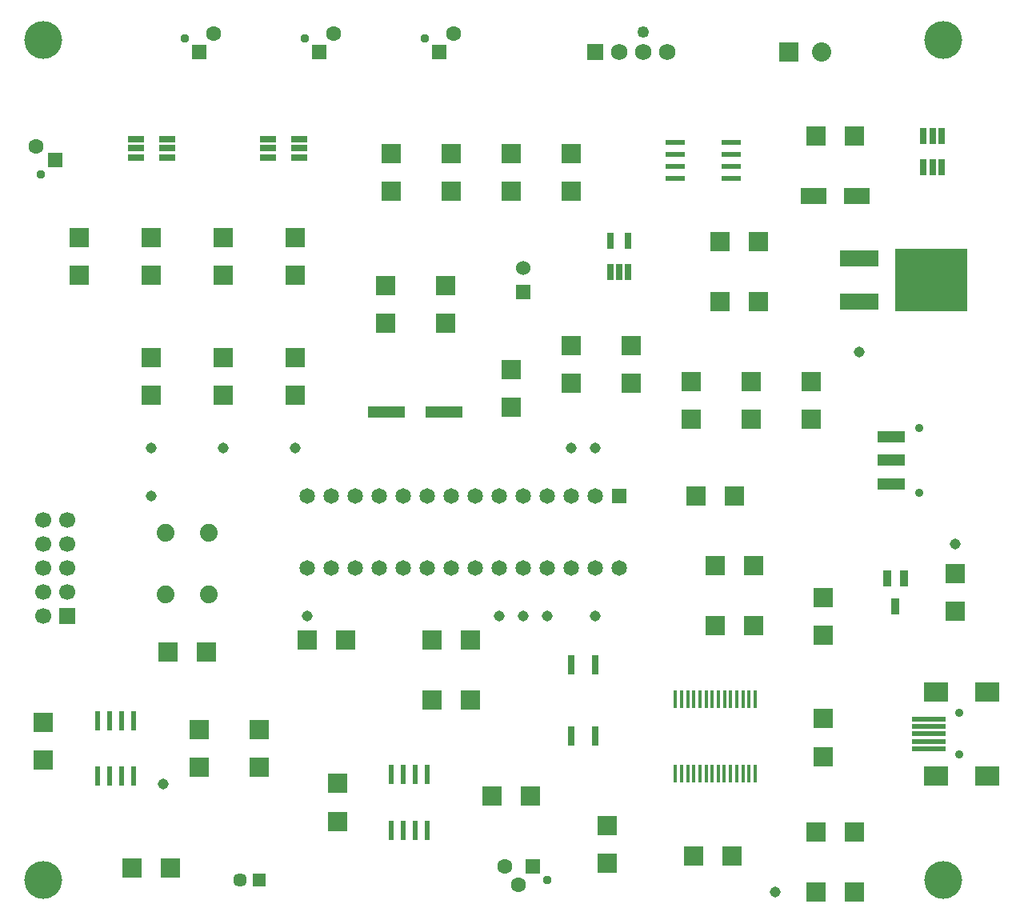
<source format=gts>
G04 (created by PCBNEW (2013-mar-13)-testing) date Mon 25 Mar 2013 11:40:00 PM EDT*
%MOIN*%
G04 Gerber Fmt 3.4, Leading zero omitted, Abs format*
%FSLAX34Y34*%
G01*
G70*
G90*
G04 APERTURE LIST*
%ADD10C,0.006*%
%ADD11R,0.06X0.06*%
%ADD12C,0.06*%
%ADD13R,0.15748X0.0492126*%
%ADD14R,0.036X0.07*%
%ADD15R,0.0688976X0.0275591*%
%ADD16R,0.0275591X0.0688976*%
%ADD17R,0.0314961X0.0787402*%
%ADD18R,0.023622X0.0787402*%
%ADD19R,0.0787402X0.023622*%
%ADD20R,0.08X0.08*%
%ADD21C,0.045*%
%ADD22R,0.16X0.065*%
%ADD23R,0.3X0.26*%
%ADD24R,0.0669291X0.0669291*%
%ADD25C,0.0669291*%
%ADD26C,0.0649606*%
%ADD27R,0.0649606X0.0649606*%
%ADD28R,0.0570866X0.0570866*%
%ADD29C,0.0570866*%
%ADD30R,0.0688976X0.0688976*%
%ADD31C,0.0688976*%
%ADD32C,0.0492126*%
%ADD33C,0.15748*%
%ADD34R,0.141732X0.019685*%
%ADD35R,0.0984252X0.0787402*%
%ADD36C,0.0354331*%
%ADD37R,0.110236X0.0669291*%
%ADD38R,0.0137X0.075*%
%ADD39R,0.11811X0.0472441*%
%ADD40R,0.0629921X0.0629921*%
%ADD41C,0.0374016*%
%ADD42C,0.0629921*%
%ADD43C,0.074*%
%ADD44C,0.08*%
G04 APERTURE END LIST*
G54D10*
G54D11*
X61000Y-32500D03*
G54D12*
X61000Y-31500D03*
G54D13*
X55300Y-37500D03*
X57700Y-37500D03*
G54D14*
X76150Y-44425D03*
X76850Y-44425D03*
X76500Y-45575D03*
G54D15*
X50350Y-26875D03*
X50350Y-26500D03*
X50350Y-26125D03*
X51649Y-26125D03*
X51649Y-26500D03*
X51649Y-26875D03*
X44850Y-26875D03*
X44850Y-26500D03*
X44850Y-26125D03*
X46149Y-26125D03*
X46149Y-26500D03*
X46149Y-26875D03*
G54D16*
X78425Y-27299D03*
X78050Y-27299D03*
X77675Y-27299D03*
X77675Y-26000D03*
X78050Y-26000D03*
X78425Y-26000D03*
X64625Y-30350D03*
X65375Y-30350D03*
X65375Y-31649D03*
X65000Y-31649D03*
X64625Y-31649D03*
G54D17*
X63000Y-50976D03*
X64000Y-50976D03*
X64000Y-48023D03*
X63000Y-48023D03*
G54D18*
X57000Y-54911D03*
X57000Y-52588D03*
X56500Y-54911D03*
X56000Y-54911D03*
X55500Y-54911D03*
X56500Y-52588D03*
X56000Y-52588D03*
X55500Y-52588D03*
X43250Y-50338D03*
X43250Y-52661D03*
X43750Y-50338D03*
X44250Y-50338D03*
X44750Y-50338D03*
X43750Y-52661D03*
X44250Y-52661D03*
X44750Y-52661D03*
G54D19*
X69661Y-26250D03*
X67338Y-26250D03*
X69661Y-26750D03*
X69661Y-27250D03*
X69661Y-27750D03*
X67338Y-26750D03*
X67338Y-27250D03*
X67338Y-27750D03*
G54D20*
X61290Y-53500D03*
X59710Y-53500D03*
X64500Y-54710D03*
X64500Y-56290D03*
X73210Y-26000D03*
X74790Y-26000D03*
X69790Y-41000D03*
X68210Y-41000D03*
X74790Y-57500D03*
X73210Y-57500D03*
X63000Y-28290D03*
X63000Y-26710D03*
X55500Y-28290D03*
X55500Y-26710D03*
X70590Y-43900D03*
X69010Y-43900D03*
X58000Y-28290D03*
X58000Y-26710D03*
X60500Y-28290D03*
X60500Y-26710D03*
X41000Y-50410D03*
X41000Y-51990D03*
X70590Y-46400D03*
X69010Y-46400D03*
X70790Y-30400D03*
X69210Y-30400D03*
X70790Y-32900D03*
X69210Y-32900D03*
X68000Y-37790D03*
X68000Y-36210D03*
X65500Y-36290D03*
X65500Y-34710D03*
X42500Y-31790D03*
X42500Y-30210D03*
X79000Y-44210D03*
X79000Y-45790D03*
X73500Y-51840D03*
X73500Y-50260D03*
X74790Y-55000D03*
X73210Y-55000D03*
X60500Y-37290D03*
X60500Y-35710D03*
X57210Y-47000D03*
X58790Y-47000D03*
X57210Y-49500D03*
X58790Y-49500D03*
X57750Y-33790D03*
X57750Y-32210D03*
X73500Y-46790D03*
X73500Y-45210D03*
X68110Y-56000D03*
X69690Y-56000D03*
X45500Y-31790D03*
X45500Y-30210D03*
X48500Y-31790D03*
X48500Y-30210D03*
X51500Y-31790D03*
X51500Y-30210D03*
X63000Y-36290D03*
X63000Y-34710D03*
X55250Y-33790D03*
X55250Y-32210D03*
X50000Y-50710D03*
X50000Y-52290D03*
X47500Y-52290D03*
X47500Y-50710D03*
X47790Y-47500D03*
X46210Y-47500D03*
X53590Y-47000D03*
X52010Y-47000D03*
X53250Y-54540D03*
X53250Y-52960D03*
X46290Y-56500D03*
X44710Y-56500D03*
X70500Y-36210D03*
X70500Y-37790D03*
X73000Y-37790D03*
X73000Y-36210D03*
X51500Y-36790D03*
X51500Y-35210D03*
X48500Y-36790D03*
X48500Y-35210D03*
X45500Y-36790D03*
X45500Y-35210D03*
G54D21*
X64000Y-46000D03*
X71500Y-57500D03*
X62000Y-46000D03*
X79000Y-43000D03*
X75000Y-35000D03*
X52000Y-46000D03*
X46000Y-53000D03*
X64000Y-39000D03*
X63000Y-39000D03*
X48500Y-39000D03*
X51500Y-39000D03*
X45500Y-39000D03*
X45500Y-41000D03*
X60000Y-46000D03*
X61000Y-46000D03*
G54D22*
X75000Y-31100D03*
G54D23*
X78000Y-32000D03*
G54D22*
X75000Y-32900D03*
G54D24*
X42000Y-46000D03*
G54D25*
X42000Y-45000D03*
X42000Y-44000D03*
X42000Y-43000D03*
X42000Y-42000D03*
X41000Y-42000D03*
X41000Y-43000D03*
X41000Y-44000D03*
X41000Y-45000D03*
X41000Y-46000D03*
G54D26*
X64000Y-41000D03*
X63000Y-41000D03*
X62000Y-41000D03*
X61000Y-41000D03*
X60000Y-41000D03*
X59000Y-41000D03*
X58000Y-41000D03*
X57000Y-41000D03*
X56000Y-41000D03*
X55000Y-41000D03*
X54000Y-41000D03*
X53000Y-41000D03*
X52000Y-41000D03*
G54D27*
X65000Y-41000D03*
G54D26*
X52000Y-44000D03*
X53000Y-44000D03*
X54000Y-44000D03*
X55000Y-44000D03*
X56000Y-44000D03*
X57000Y-44000D03*
X58000Y-44000D03*
X59000Y-44000D03*
X60000Y-44000D03*
X61000Y-44000D03*
X62000Y-44000D03*
X63000Y-44000D03*
X64000Y-44000D03*
X65000Y-44000D03*
G54D28*
X49993Y-57000D03*
G54D29*
X49206Y-57000D03*
G54D30*
X64000Y-22500D03*
G54D31*
X65000Y-22500D03*
X66000Y-22500D03*
X67000Y-22500D03*
G54D32*
X66000Y-21650D03*
G54D33*
X78500Y-57000D03*
X78500Y-22000D03*
X41000Y-57000D03*
X41000Y-22000D03*
G54D34*
X77885Y-51529D03*
X77885Y-51214D03*
X77885Y-50900D03*
X77885Y-50585D03*
X77885Y-50270D03*
G54D35*
X78181Y-52652D03*
X80346Y-52652D03*
X78181Y-49148D03*
X80346Y-49148D03*
G54D36*
X79165Y-51766D03*
X79165Y-50034D03*
G54D37*
X73094Y-28500D03*
X74905Y-28500D03*
G54D38*
X67335Y-52550D03*
X67595Y-52550D03*
X67850Y-52550D03*
X68105Y-52550D03*
X68360Y-52550D03*
X68620Y-52550D03*
X68870Y-52550D03*
X69125Y-52550D03*
X69380Y-52550D03*
X69640Y-52550D03*
X69895Y-52550D03*
X70150Y-52550D03*
X70405Y-52550D03*
X70660Y-52550D03*
X70660Y-49450D03*
X70410Y-49450D03*
X70150Y-49450D03*
X69895Y-49450D03*
X69640Y-49450D03*
X69385Y-49450D03*
X69130Y-49450D03*
X68875Y-49450D03*
X68615Y-49450D03*
X68360Y-49450D03*
X68105Y-49450D03*
X67850Y-49450D03*
X67590Y-49450D03*
X67335Y-49450D03*
G54D39*
X76318Y-38515D03*
X76318Y-39500D03*
X76318Y-40484D03*
G54D36*
X77500Y-40838D03*
X77500Y-38161D03*
G54D40*
X47500Y-22493D03*
G54D41*
X46909Y-21903D03*
G54D42*
X48090Y-21706D03*
G54D40*
X52500Y-22493D03*
G54D41*
X51909Y-21903D03*
G54D42*
X53090Y-21706D03*
G54D40*
X57500Y-22493D03*
G54D41*
X56909Y-21903D03*
G54D42*
X58090Y-21706D03*
G54D40*
X41493Y-27000D03*
G54D41*
X40903Y-27590D03*
G54D42*
X40706Y-26409D03*
G54D40*
X61400Y-56406D03*
G54D41*
X61990Y-56996D03*
G54D42*
X60809Y-57193D03*
X60214Y-56406D03*
G54D43*
X47890Y-42520D03*
X47890Y-45080D03*
X46110Y-42520D03*
X46110Y-45080D03*
G54D44*
X73427Y-22500D03*
G54D20*
X72050Y-22500D03*
M02*

</source>
